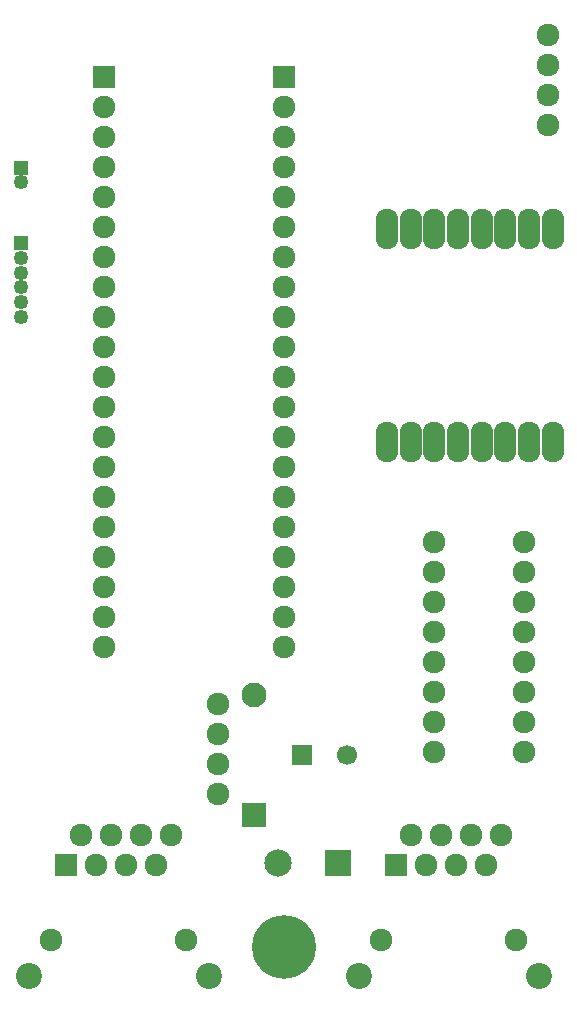
<source format=gbs>
G04 #@! TF.FileFunction,Soldermask,Bot*
%FSLAX46Y46*%
G04 Gerber Fmt 4.6, Leading zero omitted, Abs format (unit mm)*
G04 Created by KiCad (PCBNEW 4.0.5+dfsg1-4) date Sat Sep 16 12:05:32 2017*
%MOMM*%
%LPD*%
G01*
G04 APERTURE LIST*
%ADD10C,0.100000*%
%ADD11O,1.924000X1.924000*%
%ADD12R,1.924000X1.924000*%
%ADD13O,1.924000X3.448000*%
%ADD14R,1.250000X1.250000*%
%ADD15O,1.250000X1.250000*%
%ADD16R,1.700000X1.700000*%
%ADD17C,1.700000*%
%ADD18C,5.400000*%
%ADD19C,1.924000*%
%ADD20R,2.305000X2.305000*%
%ADD21C,2.305000*%
%ADD22C,2.099260*%
%ADD23R,2.099260X2.099260*%
%ADD24C,2.200000*%
G04 APERTURE END LIST*
D10*
D11*
X150097000Y-139746000D03*
X150097000Y-137206000D03*
X150097000Y-134666000D03*
X150097000Y-132126000D03*
D12*
X140445000Y-79040000D03*
D11*
X140445000Y-81580000D03*
X140445000Y-84120000D03*
X140445000Y-86660000D03*
X140445000Y-89200000D03*
X140445000Y-91740000D03*
X140445000Y-94280000D03*
X140445000Y-96820000D03*
X140445000Y-99360000D03*
X140445000Y-101900000D03*
X140445000Y-104440000D03*
X140445000Y-106980000D03*
X140445000Y-109520000D03*
X140445000Y-112060000D03*
X140445000Y-114600000D03*
X140445000Y-117140000D03*
X140445000Y-119680000D03*
X140445000Y-122220000D03*
X140445000Y-124760000D03*
X140445000Y-127300000D03*
D12*
X155685000Y-79040000D03*
D11*
X155685000Y-81580000D03*
X155685000Y-84120000D03*
X155685000Y-86660000D03*
X155685000Y-89200000D03*
X155685000Y-91740000D03*
X155685000Y-94280000D03*
X155685000Y-96820000D03*
X155685000Y-99360000D03*
X155685000Y-101900000D03*
X155685000Y-104440000D03*
X155685000Y-106980000D03*
X155685000Y-109520000D03*
X155685000Y-112060000D03*
X155685000Y-114600000D03*
X155685000Y-117140000D03*
X155685000Y-119680000D03*
X155685000Y-122220000D03*
X155685000Y-124760000D03*
X155685000Y-127300000D03*
D13*
X164449000Y-91875000D03*
X166449000Y-91875000D03*
X168449000Y-91875000D03*
X170449000Y-91875000D03*
X172449000Y-91875000D03*
X174449000Y-91875000D03*
X176449000Y-91875000D03*
X178449000Y-91875000D03*
X164449000Y-109875000D03*
X166449000Y-109875000D03*
X168449000Y-109875000D03*
X170449000Y-109875000D03*
X172449000Y-109875000D03*
X174449000Y-109875000D03*
X176449000Y-109875000D03*
X178449000Y-109875000D03*
D14*
X133460000Y-86680000D03*
D15*
X133460000Y-87930000D03*
D14*
X133460000Y-93070000D03*
D15*
X133460000Y-94320000D03*
X133460000Y-95570000D03*
X133460000Y-96820000D03*
X133460000Y-98070000D03*
X133460000Y-99320000D03*
D16*
X157209000Y-136444000D03*
D17*
X161009000Y-136444000D03*
D18*
X155685000Y-152700000D03*
D19*
X178037000Y-83104000D03*
X178037000Y-80564000D03*
X178037000Y-78024000D03*
X178037000Y-75484000D03*
D20*
X160257000Y-145588000D03*
D21*
X155177000Y-145588000D03*
D22*
X153142460Y-131363480D03*
D23*
X153142460Y-141523480D03*
D19*
X176005000Y-136190000D03*
X176005000Y-133650000D03*
X176005000Y-131110000D03*
X176005000Y-128570000D03*
X176005000Y-126030000D03*
X176005000Y-123490000D03*
X176005000Y-120950000D03*
X176005000Y-118410000D03*
X168385000Y-118410000D03*
X168385000Y-120950000D03*
X168385000Y-123490000D03*
X168385000Y-126030000D03*
X168385000Y-128570000D03*
X168385000Y-131110000D03*
X168385000Y-133650000D03*
X168385000Y-136190000D03*
X147430000Y-152065000D03*
X136000000Y-152065000D03*
D12*
X137270000Y-145715000D03*
D19*
X138540000Y-143175000D03*
X139810000Y-145715000D03*
X141080000Y-143175000D03*
X142350000Y-145715000D03*
X143620000Y-143175000D03*
X144890000Y-145715000D03*
X146160000Y-143175000D03*
D24*
X134095000Y-155113000D03*
X149335000Y-155113000D03*
D19*
X175370000Y-152065000D03*
X163940000Y-152065000D03*
D12*
X165210000Y-145715000D03*
D19*
X166480000Y-143175000D03*
X167750000Y-145715000D03*
X169020000Y-143175000D03*
X170290000Y-145715000D03*
X171560000Y-143175000D03*
X172830000Y-145715000D03*
X174100000Y-143175000D03*
D24*
X162035000Y-155113000D03*
X177275000Y-155113000D03*
M02*

</source>
